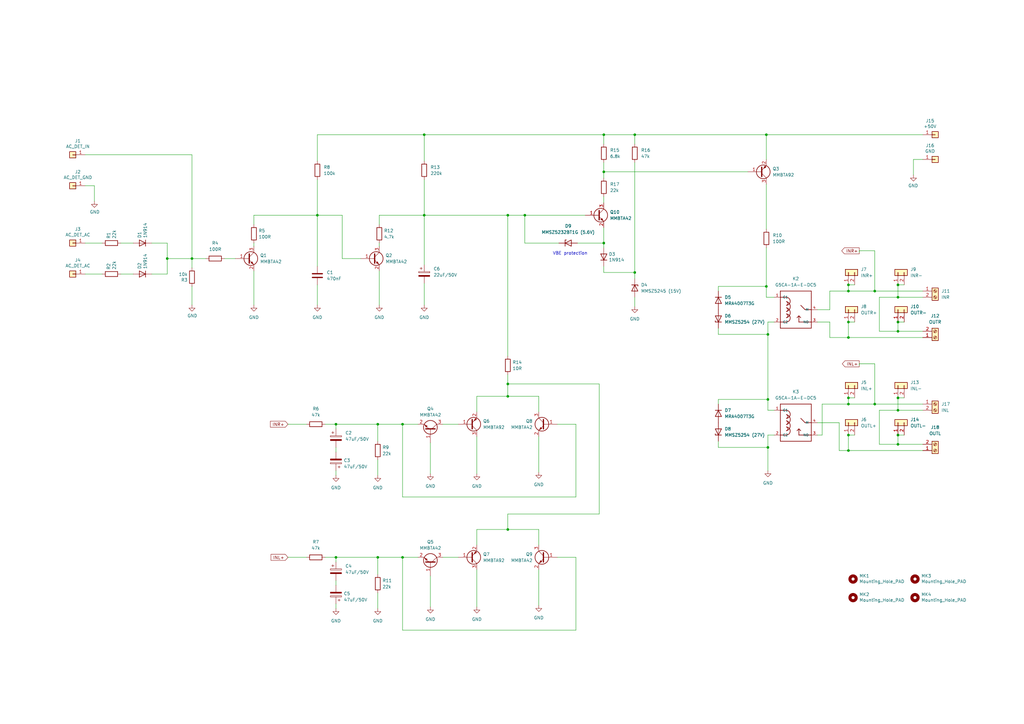
<source format=kicad_sch>
(kicad_sch (version 20211123) (generator eeschema)
  (paper "A3")
  (title_block (title "LS protection relais") (date "2022-02-27") (rev "V2"))
  (lib_symbols
    (symbol "Connector:Screw_Terminal_01x02" (pin_names (offset 1.016) hide)
      (property "Reference" "J" (at 0 2.54 0))
      (property "Value" "Screw_Terminal_01x02" (at 0 -5.08 0))
      (symbol "Screw_Terminal_01x02_1_1"
        (rectangle (start -1.27 1.27) (end 1.27 -3.81) (stroke (width 0.254)) (fill (type background)))
        (circle (center 0 -2.54) (radius 0.635) (stroke (width 0.1524)))
        (polyline (pts (xy -0.5334 -2.2098) (xy 0.3302 -3.048)) (stroke (width 0.1524)))
        (polyline (pts (xy -0.5334 0.3302) (xy 0.3302 -0.508)) (stroke (width 0.1524)))
        (polyline (pts (xy -0.3556 -2.032) (xy 0.508 -2.8702)) (stroke (width 0.1524)))
        (polyline (pts (xy -0.3556 0.508) (xy 0.508 -0.3302)) (stroke (width 0.1524)))
        (circle (center 0 0) (radius 0.635) (stroke (width 0.1524)))
        (pin passive line (at -5.08 0 0) (length 3.81) (name "Pin_1") (number "1"))
        (pin passive line (at -5.08 -2.54 0) (length 3.81) (name "Pin_2") (number "2"))
      )
    )
    (symbol "Connector_Generic:Conn_01x01" (pin_names (offset 1.016) hide)
      (property "Reference" "J" (at 0 2.54 0))
      (property "Value" "Conn_01x01" (at 0 -2.54 0))
      (symbol "Conn_01x01_1_1"
        (rectangle (start -1.27 0.127) (end 0 -0.127) (stroke (width 0.1524)))
        (rectangle (start -1.27 1.27) (end 1.27 -1.27) (stroke (width 0.254)) (fill (type background)))
        (pin passive line (at -5.08 0 0) (length 3.81) (name "Pin_1") (number "1"))
      )
    )
    (symbol "Connector_Generic:Conn_01x02" (pin_names (offset 1.016) hide)
      (property "Reference" "J" (at 0 2.54 0))
      (property "Value" "Conn_01x02" (at 0 -5.08 0))
      (symbol "Conn_01x02_1_1"
        (rectangle (start -1.27 -2.413) (end 0 -2.667) (stroke (width 0.1524)))
        (rectangle (start -1.27 0.127) (end 0 -0.127) (stroke (width 0.1524)))
        (rectangle (start -1.27 1.27) (end 1.27 -3.81) (stroke (width 0.254)) (fill (type background)))
        (pin passive line (at -5.08 0 0) (length 3.81) (name "Pin_1") (number "1"))
        (pin passive line (at -5.08 -2.54 0) (length 3.81) (name "Pin_2") (number "2"))
      )
    )
    (symbol "Device:C" (pin_numbers hide) (pin_names (offset 0.254))
      (property "Reference" "C" (at 0.635 2.54 0))
      (property "Value" "C" (at 0.635 -2.54 0))
      (symbol "C_0_1"
        (polyline (pts (xy -2.032 -0.762) (xy 2.032 -0.762)) (stroke (width 0.508)))
        (polyline (pts (xy -2.032 0.762) (xy 2.032 0.762)) (stroke (width 0.508)))
      )
      (symbol "C_1_1"
        (pin passive line (at 0 3.81 270) (length 2.794) (name "~") (number "1"))
        (pin passive line (at 0 -3.81 90) (length 2.794) (name "~") (number "2"))
      )
    )
    (symbol "Device:C_Polarized" (pin_numbers hide) (pin_names (offset 0.254))
      (property "Reference" "C" (at 0.635 2.54 0))
      (property "Value" "C_Polarized" (at 0.635 -2.54 0))
      (symbol "C_Polarized_0_1"
        (rectangle (start -2.286 0.508) (end 2.286 1.016))
        (polyline (pts (xy -1.778 2.286) (xy -0.762 2.286)))
        (polyline (pts (xy -1.27 2.794) (xy -1.27 1.778)))
        (rectangle (start 2.286 -0.508) (end -2.286 -1.016) (fill (type outline)))
      )
      (symbol "C_Polarized_1_1"
        (pin passive line (at 0 3.81 270) (length 2.794) (name "~") (number "1"))
        (pin passive line (at 0 -3.81 90) (length 2.794) (name "~") (number "2"))
      )
    )
    (symbol "Device:R" (pin_numbers hide) (pin_names (offset 0))
      (property "Reference" "R" (at 2.032 0 90))
      (property "Value" "R" (at 0 0 90))
      (symbol "R_0_1"
        (rectangle (start -1.016 -2.54) (end 1.016 2.54) (stroke (width 0.254)))
      )
      (symbol "R_1_1"
        (pin passive line (at 0 3.81 270) (length 1.27) (name "~") (number "1"))
        (pin passive line (at 0 -3.81 90) (length 1.27) (name "~") (number "2"))
      )
    )
    (symbol "Diode:1N4148" (pin_numbers hide) (pin_names (offset 1.016) hide)
      (property "Reference" "D" (at 0 2.54 0))
      (property "Value" "1N4148" (at 0 -2.54 0))
      (symbol "1N4148_0_1"
        (polyline (pts (xy -1.27 1.27) (xy -1.27 -1.27)) (stroke (width 0.254)))
        (polyline (pts (xy 1.27 0) (xy -1.27 0)))
        (polyline (pts (xy 1.27 1.27) (xy 1.27 -1.27) (xy -1.27 0) (xy 1.27 1.27)) (stroke (width 0.254)))
      )
      (symbol "1N4148_1_1"
        (pin passive line (at -3.81 0 0) (length 2.54) (name "K") (number "1"))
        (pin passive line (at 3.81 0 180) (length 2.54) (name "A") (number "2"))
      )
    )
    (symbol "Diode:1N47xxA" (pin_numbers hide) (pin_names (offset 1.016) hide)
      (property "Reference" "D" (at 0 2.54 0))
      (property "Value" "1N47xxA" (at 0 -2.54 0))
      (symbol "1N47xxA_0_1"
        (polyline (pts (xy 1.27 0) (xy -1.27 0)))
        (polyline (pts (xy -1.27 -1.27) (xy -1.27 1.27) (xy -0.762 1.27)) (stroke (width 0.254)))
        (polyline (pts (xy 1.27 -1.27) (xy 1.27 1.27) (xy -1.27 0) (xy 1.27 -1.27)) (stroke (width 0.254)))
      )
      (symbol "1N47xxA_1_1"
        (pin passive line (at -3.81 0 0) (length 2.54) (name "K") (number "1"))
        (pin passive line (at 3.81 0 180) (length 2.54) (name "A") (number "2"))
      )
    )
    (symbol "Diode:MRA4007T3G" (pin_numbers hide) (pin_names (offset 1.016) hide)
      (property "Reference" "D" (at 0 2.54 0))
      (property "Value" "MRA4007T3G" (at 0 -2.54 0))
      (symbol "MRA4007T3G_0_1"
        (polyline (pts (xy -1.27 1.27) (xy -1.27 -1.27)) (stroke (width 0.254)))
        (polyline (pts (xy 1.27 0) (xy -1.27 0)))
        (polyline (pts (xy 1.27 1.27) (xy 1.27 -1.27) (xy -1.27 0) (xy 1.27 1.27)) (stroke (width 0.254)))
      )
      (symbol "MRA4007T3G_1_1"
        (pin passive line (at -3.81 0 0) (length 2.54) (name "K") (number "1"))
        (pin passive line (at 3.81 0 180) (length 2.54) (name "A") (number "2"))
      )
    )
    (symbol "Mechanical:MountingHole" (pin_names (offset 1.016))
      (property "Reference" "H" (at 0 5.08 0))
      (property "Value" "MountingHole" (at 0 3.175 0))
      (symbol "MountingHole_0_1"
        (circle (center 0 0) (radius 1.27) (stroke (width 1.27)))
      )
    )
    (symbol "Transistor_BJT:MMBTA42" (pin_names (offset 0) hide)
      (property "Reference" "Q" (at 5.08 1.905 0))
      (property "Value" "MMBTA42" (at 5.08 0 0))
      (symbol "MMBTA42_0_1"
        (polyline (pts (xy 0 0) (xy 0.635 0)))
        (polyline (pts (xy 0.635 0.635) (xy 2.54 2.54)))
        (polyline (pts (xy 0.635 -0.635) (xy 2.54 -2.54) (xy 2.54 -2.54)))
        (polyline (pts (xy 0.635 1.905) (xy 0.635 -1.905) (xy 0.635 -1.905)) (stroke (width 0.508)))
        (polyline (pts (xy 1.27 -1.778) (xy 1.778 -1.27) (xy 2.286 -2.286) (xy 1.27 -1.778) (xy 1.27 -1.778)) (fill (type outline)))
        (circle (center 1.27 0) (radius 2.8194) (stroke (width 0.254)))
      )
      (symbol "MMBTA42_1_1"
        (pin input line (at -5.08 0 0) (length 5.08) (name "B") (number "1"))
        (pin passive line (at 2.54 -5.08 90) (length 2.54) (name "E") (number "2"))
        (pin passive line (at 2.54 5.08 270) (length 2.54) (name "C") (number "3"))
      )
    )
    (symbol "Transistor_BJT:MMBTA92" (pin_names (offset 0) hide)
      (property "Reference" "Q" (at 5.08 1.905 0))
      (property "Value" "MMBTA92" (at 5.08 0 0))
      (symbol "MMBTA92_0_1"
        (polyline (pts (xy 0 0) (xy 0.635 0)))
        (polyline (pts (xy 2.54 -2.54) (xy 0.635 -0.635)))
        (polyline (pts (xy 2.54 2.54) (xy 0.635 0.635)))
        (polyline (pts (xy 0.635 1.905) (xy 0.635 -1.905) (xy 0.635 -1.905)) (stroke (width 0.508)) (fill (type outline)))
        (polyline (pts (xy 1.905 -2.413) (xy 2.413 -1.905) (xy 1.397 -1.397) (xy 1.905 -2.413) (xy 1.905 -2.413)) (fill (type outline)))
        (circle (center 1.27 0) (radius 2.8194) (stroke (width 0.254)))
      )
      (symbol "MMBTA92_1_1"
        (pin input line (at -5.08 0 0) (length 5.08) (name "B") (number "1"))
        (pin passive line (at 2.54 -5.08 90) (length 2.54) (name "E") (number "2"))
        (pin passive line (at 2.54 5.08 270) (length 2.54) (name "C") (number "3"))
      )
    )
    (symbol "kicad-snk:G5CA-1A-E-DC5" (pin_names (offset 1.016))
      (property "Reference" "K" (at -7.62 8.128 0))
      (property "Value" "G5CA-1A-E-DC5" (at -7.62 -10.16 0))
      (symbol "G5CA-1A-E-DC5_0_0"
        (arc (start -5.08 -5.08) (mid -3.5511 -3.429) (end -5.08 -1.778) (stroke (width 0.254)))
        (arc (start -5.08 -3.302) (mid -4.513 -2.54) (end -5.08 -1.778) (stroke (width 0.254)))
        (arc (start -5.08 -3.302) (mid -3.5499 -1.27) (end -5.08 0.762) (stroke (width 0.254)))
        (arc (start -5.08 -0.762) (mid -4.513 0) (end -5.08 0.762) (stroke (width 0.254)))
        (arc (start -5.08 -0.762) (mid -3.5314 1.27) (end -5.08 3.302) (stroke (width 0.254)))
        (arc (start -5.08 1.778) (mid -4.513 2.54) (end -5.08 3.302) (stroke (width 0.254)))
        (arc (start -5.08 1.778) (mid -3.5511 3.429) (end -5.08 5.08) (stroke (width 0.254)))
        (polyline (pts (xy -7.62 -7.62) (xy -7.62 -5.08)) (stroke (width 0.254)))
        (polyline (pts (xy -7.62 -5.08) (xy -7.62 5.08)) (stroke (width 0.254)))
        (polyline (pts (xy -7.62 -5.08) (xy -5.08 -5.08)) (stroke (width 0.254)))
        (polyline (pts (xy -7.62 5.08) (xy -7.62 7.62)) (stroke (width 0.254)))
        (polyline (pts (xy -7.62 5.08) (xy -5.08 5.08)) (stroke (width 0.254)))
        (polyline (pts (xy -7.62 7.62) (xy 5.08 7.62)) (stroke (width 0.254)))
        (polyline (pts (xy 0 -5.08) (xy 0 -2.54)) (stroke (width 0.254)))
        (polyline (pts (xy 0 -2.54) (xy -0.762 -3.302)) (stroke (width 0.254)))
        (polyline (pts (xy 0 -2.54) (xy 0.762 -3.302)) (stroke (width 0.254)))
        (polyline (pts (xy 2.54 0) (xy 0.762 1.778)) (stroke (width 0.254)))
        (polyline (pts (xy 5.08 -7.62) (xy -7.62 -7.62)) (stroke (width 0.254)))
        (polyline (pts (xy 5.08 -5.08) (xy 0 -5.08)) (stroke (width 0.254)))
        (polyline (pts (xy 5.08 -5.08) (xy 5.08 -7.62)) (stroke (width 0.254)))
        (polyline (pts (xy 5.08 0) (xy 2.54 0)) (stroke (width 0.254)))
        (polyline (pts (xy 5.08 0) (xy 5.08 -5.08)) (stroke (width 0.254)))
        (polyline (pts (xy 5.08 5.08) (xy 5.08 0)) (stroke (width 0.254)))
        (polyline (pts (xy 5.08 7.62) (xy 5.08 5.08)) (stroke (width 0.254)))
        (pin passive line (at -10.16 5.08 0) (length 2.54) (name "C1") (number "1"))
        (pin passive line (at -10.16 -5.08 0) (length 2.54) (name "C2") (number "2"))
        (pin passive line (at 7.62 -5.08 180) (length 2.54) (name "NO") (number "3"))
        (pin passive line (at 7.62 0 180) (length 2.54) (name "M") (number "4"))
      )
    )
    (symbol "power:GND" (power) (pin_names (offset 0))
      (property "Value" "GND" (at 0 -3.81 0))
      (symbol "GND_0_1"
        (polyline (pts (xy 0 0) (xy 0 -1.27) (xy 1.27 -1.27) (xy 0 -2.54) (xy -1.27 -1.27) (xy 0 -1.27)))
      )
      (symbol "GND_1_1"
        (pin power_in line (at 0 0 270) (length 0) hide (name "GND") (number "1"))
      )
    )
  )
  (junction (at 314.325 117.475))
  (junction (at 68.58 106.045))
  (junction (at 173.99 88.265))
  (junction (at 137.795 228.6))
  (junction (at 347.98 116.84))
  (junction (at 130.175 88.265))
  (junction (at 347.98 165.735))
  (junction (at 260.35 111.76))
  (junction (at 154.94 173.99))
  (junction (at 347.98 119.38))
  (junction (at 165.1 228.6))
  (junction (at 368.3 116.84))
  (junction (at 358.775 119.38))
  (junction (at 154.94 228.6))
  (junction (at 78.74 106.045))
  (junction (at 260.35 55.245))
  (junction (at 247.65 55.245))
  (junction (at 347.98 178.435))
  (junction (at 314.96 183.515))
  (junction (at 368.3 163.195))
  (junction (at 314.96 137.16))
  (junction (at 368.3 178.435))
  (junction (at 247.65 99.695))
  (junction (at 347.98 184.785))
  (junction (at 368.3 135.89))
  (junction (at 358.775 165.735))
  (junction (at 208.28 88.265))
  (junction (at 347.98 138.43))
  (junction (at 173.99 55.245))
  (junction (at 347.98 163.195))
  (junction (at 215.265 88.265))
  (junction (at 208.28 162.56))
  (junction (at 247.65 70.485))
  (junction (at 314.325 55.245))
  (junction (at 208.28 157.48))
  (junction (at 368.3 182.245))
  (junction (at 368.3 121.92))
  (junction (at 368.3 168.275))
  (junction (at 165.1 173.99))
  (junction (at 368.3 132.08))
  (junction (at 314.96 163.83))
  (junction (at 208.28 217.17))
  (junction (at 137.795 173.99))
  (junction (at 347.98 132.08))
  (wire (pts (xy 347.98 119.38) (xy 340.36 119.38)))
  (wire (pts (xy 314.96 163.83) (xy 294.64 163.83)))
  (wire (pts (xy 165.1 203.835) (xy 236.22 203.835)))
  (wire (pts (xy 314.325 55.245) (xy 314.325 65.405)))
  (wire (pts (xy 245.745 210.82) (xy 245.745 157.48)))
  (wire (pts (xy 314.325 55.245) (xy 378.46 55.245)))
  (wire (pts (xy 360.68 135.89) (xy 368.3 135.89)))
  (wire (pts (xy 104.14 111.125) (xy 104.14 125.095)))
  (wire (pts (xy 104.14 99.695) (xy 104.14 100.965)))
  (wire (pts (xy 294.64 134.62) (xy 294.64 137.16)))
  (wire (pts (xy 181.61 228.6) (xy 187.96 228.6)))
  (wire (pts (xy 347.98 178.435) (xy 350.52 178.435)))
  (wire (pts (xy 368.3 163.195) (xy 368.3 168.275)))
  (wire (pts (xy 347.98 132.08) (xy 347.98 138.43)))
  (wire (pts (xy 208.28 88.265) (xy 215.265 88.265)))
  (wire (pts (xy 92.075 106.045) (xy 96.52 106.045)))
  (wire (pts (xy 344.17 173.355) (xy 344.17 184.785)))
  (wire (pts (xy 173.99 116.205) (xy 173.99 125.095)))
  (wire (pts (xy 137.795 228.6) (xy 137.795 230.505)))
  (wire (pts (xy 352.425 103.505) (xy 352.425 102.87)))
  (wire (pts (xy 236.22 258.445) (xy 236.22 228.6)))
  (wire (pts (xy 208.28 157.48) (xy 208.28 162.56)))
  (wire (pts (xy 78.74 117.475) (xy 78.74 125.095)))
  (wire (pts (xy 215.265 99.695) (xy 215.265 88.265)))
  (wire (pts (xy 154.94 243.205) (xy 154.94 249.555)))
  (wire (pts (xy 245.745 157.48) (xy 208.28 157.48)))
  (wire (pts (xy 374.65 65.405) (xy 378.46 65.405)))
  (wire (pts (xy 317.5 178.435) (xy 314.96 178.435)))
  (wire (pts (xy 247.65 99.695) (xy 247.65 101.6)))
  (wire (pts (xy 317.5 132.08) (xy 314.96 132.08)))
  (wire (pts (xy 140.335 106.045) (xy 147.955 106.045)))
  (wire (pts (xy 247.65 111.76) (xy 260.35 111.76)))
  (wire (pts (xy 176.53 181.61) (xy 176.53 194.31)))
  (wire (pts (xy 352.425 102.87) (xy 358.775 102.87)))
  (wire (pts (xy 220.98 217.17) (xy 220.98 223.52)))
  (wire (pts (xy 314.325 121.92) (xy 317.5 121.92)))
  (wire (pts (xy 368.3 182.245) (xy 378.46 182.245)))
  (wire (pts (xy 340.36 132.08) (xy 335.28 132.08)))
  (wire (pts (xy 137.795 173.99) (xy 154.94 173.99)))
  (wire (pts (xy 137.795 183.515) (xy 137.795 185.42)))
  (wire (pts (xy 140.335 88.265) (xy 140.335 106.045)))
  (wire (pts (xy 340.36 138.43) (xy 340.36 132.08)))
  (wire (pts (xy 38.735 76.2) (xy 34.925 76.2)))
  (wire (pts (xy 368.3 132.08) (xy 370.84 132.08)))
  (wire (pts (xy 78.74 63.5) (xy 34.925 63.5)))
  (wire (pts (xy 173.99 88.265) (xy 155.575 88.265)))
  (wire (pts (xy 368.3 135.89) (xy 378.46 135.89)))
  (wire (pts (xy 62.23 112.395) (xy 68.58 112.395)))
  (wire (pts (xy 347.98 132.08) (xy 350.52 132.08)))
  (wire (pts (xy 260.35 121.92) (xy 260.35 125.73)))
  (wire (pts (xy 347.98 163.195) (xy 350.52 163.195)))
  (wire (pts (xy 314.96 132.08) (xy 314.96 137.16)))
  (wire (pts (xy 208.28 153.67) (xy 208.28 157.48)))
  (wire (pts (xy 165.1 228.6) (xy 165.1 258.445)))
  (wire (pts (xy 78.74 106.045) (xy 84.455 106.045)))
  (wire (pts (xy 49.53 99.695) (xy 54.61 99.695)))
  (wire (pts (xy 347.98 138.43) (xy 340.36 138.43)))
  (wire (pts (xy 358.775 165.735) (xy 347.98 165.735)))
  (wire (pts (xy 347.98 163.195) (xy 347.98 165.735)))
  (wire (pts (xy 378.46 119.38) (xy 358.775 119.38)))
  (wire (pts (xy 378.46 121.92) (xy 368.3 121.92)))
  (wire (pts (xy 154.94 188.595) (xy 154.94 194.945)))
  (wire (pts (xy 176.53 236.22) (xy 176.53 248.92)))
  (wire (pts (xy 247.65 70.485) (xy 247.65 73.025)))
  (wire (pts (xy 294.64 163.83) (xy 294.64 165.735)))
  (wire (pts (xy 260.35 111.76) (xy 260.35 114.3)))
  (wire (pts (xy 247.65 109.22) (xy 247.65 111.76)))
  (wire (pts (xy 155.575 88.265) (xy 155.575 92.075)))
  (wire (pts (xy 34.925 99.695) (xy 41.91 99.695)))
  (wire (pts (xy 368.3 121.92) (xy 360.68 121.92)))
  (wire (pts (xy 173.99 55.245) (xy 130.175 55.245)))
  (wire (pts (xy 34.925 112.395) (xy 41.91 112.395)))
  (wire (pts (xy 314.96 183.515) (xy 314.96 193.04)))
  (wire (pts (xy 68.58 106.045) (xy 68.58 112.395)))
  (wire (pts (xy 247.65 66.675) (xy 247.65 70.485)))
  (wire (pts (xy 49.53 112.395) (xy 54.61 112.395)))
  (wire (pts (xy 155.575 99.695) (xy 155.575 100.965)))
  (wire (pts (xy 154.94 228.6) (xy 165.1 228.6)))
  (wire (pts (xy 165.1 258.445) (xy 236.22 258.445)))
  (wire (pts (xy 173.99 73.66) (xy 173.99 88.265)))
  (wire (pts (xy 314.96 178.435) (xy 314.96 183.515)))
  (wire (pts (xy 104.14 88.265) (xy 104.14 92.075)))
  (wire (pts (xy 347.98 116.84) (xy 347.98 119.38)))
  (wire (pts (xy 208.28 88.265) (xy 208.28 146.05)))
  (wire (pts (xy 130.175 88.265) (xy 140.335 88.265)))
  (wire (pts (xy 208.28 217.17) (xy 208.28 210.82)))
  (wire (pts (xy 154.94 173.99) (xy 154.94 180.975)))
  (wire (pts (xy 154.94 173.99) (xy 165.1 173.99)))
  (wire (pts (xy 165.1 173.99) (xy 171.45 173.99)))
  (wire (pts (xy 104.14 88.265) (xy 130.175 88.265)))
  (wire (pts (xy 78.74 106.045) (xy 78.74 109.855)))
  (wire (pts (xy 236.22 228.6) (xy 228.6 228.6)))
  (wire (pts (xy 130.175 73.66) (xy 130.175 88.265)))
  (wire (pts (xy 360.68 121.92) (xy 360.68 135.89)))
  (wire (pts (xy 314.325 101.6) (xy 314.325 117.475)))
  (wire (pts (xy 294.64 183.515) (xy 314.96 183.515)))
  (wire (pts (xy 247.65 70.485) (xy 306.705 70.485)))
  (wire (pts (xy 260.35 55.245) (xy 260.35 59.055)))
  (wire (pts (xy 195.58 179.07) (xy 195.58 194.31)))
  (wire (pts (xy 314.325 117.475) (xy 314.325 121.92)))
  (wire (pts (xy 154.94 228.6) (xy 154.94 235.585)))
  (wire (pts (xy 378.46 168.275) (xy 368.3 168.275)))
  (wire (pts (xy 335.28 173.355) (xy 344.17 173.355)))
  (wire (pts (xy 173.99 55.245) (xy 173.99 66.04)))
  (wire (pts (xy 130.175 55.245) (xy 130.175 66.04)))
  (wire (pts (xy 130.175 88.265) (xy 130.175 109.22)))
  (wire (pts (xy 220.98 179.07) (xy 220.98 193.675)))
  (wire (pts (xy 347.98 178.435) (xy 347.98 184.785)))
  (wire (pts (xy 68.58 99.695) (xy 62.23 99.695)))
  (wire (pts (xy 236.855 99.695) (xy 247.65 99.695)))
  (wire (pts (xy 173.99 88.265) (xy 208.28 88.265)))
  (wire (pts (xy 208.28 162.56) (xy 220.98 162.56)))
  (wire (pts (xy 137.795 173.99) (xy 137.795 175.895)))
  (wire (pts (xy 360.68 168.275) (xy 360.68 182.245)))
  (wire (pts (xy 68.58 106.045) (xy 78.74 106.045)))
  (wire (pts (xy 137.795 228.6) (xy 154.94 228.6)))
  (wire (pts (xy 347.98 184.785) (xy 344.17 184.785)))
  (wire (pts (xy 247.65 55.245) (xy 247.65 59.055)))
  (wire (pts (xy 358.775 102.87) (xy 358.775 119.38)))
  (wire (pts (xy 38.735 82.55) (xy 38.735 76.2)))
  (wire (pts (xy 236.22 203.835) (xy 236.22 173.99)))
  (wire (pts (xy 247.65 93.345) (xy 247.65 99.695)))
  (wire (pts (xy 352.425 149.86) (xy 352.425 149.225)))
  (wire (pts (xy 358.775 119.38) (xy 347.98 119.38)))
  (wire (pts (xy 165.1 173.99) (xy 165.1 203.835)))
  (wire (pts (xy 195.58 162.56) (xy 208.28 162.56)))
  (wire (pts (xy 314.96 168.275) (xy 317.5 168.275)))
  (wire (pts (xy 337.185 178.435) (xy 337.185 165.735)))
  (wire (pts (xy 137.795 193.04) (xy 137.795 194.945)))
  (wire (pts (xy 260.35 66.675) (xy 260.35 111.76)))
  (wire (pts (xy 340.36 119.38) (xy 340.36 127)))
  (wire (pts (xy 314.96 163.83) (xy 314.96 168.275)))
  (wire (pts (xy 137.795 238.125) (xy 137.795 240.03)))
  (wire (pts (xy 340.36 127) (xy 335.28 127)))
  (wire (pts (xy 220.98 233.68) (xy 220.98 248.285)))
  (wire (pts (xy 337.185 165.735) (xy 347.98 165.735)))
  (wire (pts (xy 195.58 217.17) (xy 208.28 217.17)))
  (wire (pts (xy 137.795 247.65) (xy 137.795 249.555)))
  (wire (pts (xy 314.96 137.16) (xy 314.96 163.83)))
  (wire (pts (xy 335.28 178.435) (xy 337.185 178.435)))
  (wire (pts (xy 294.64 137.16) (xy 314.96 137.16)))
  (wire (pts (xy 236.22 173.99) (xy 228.6 173.99)))
  (wire (pts (xy 181.61 173.99) (xy 187.96 173.99)))
  (wire (pts (xy 68.58 106.045) (xy 68.58 99.695)))
  (wire (pts (xy 118.11 173.99) (xy 125.73 173.99)))
  (wire (pts (xy 195.58 223.52) (xy 195.58 217.17)))
  (wire (pts (xy 358.775 149.225) (xy 358.775 165.735)))
  (wire (pts (xy 220.98 162.56) (xy 220.98 168.91)))
  (wire (pts (xy 78.74 106.045) (xy 78.74 63.5)))
  (wire (pts (xy 294.64 117.475) (xy 314.325 117.475)))
  (wire (pts (xy 360.68 182.245) (xy 368.3 182.245)))
  (wire (pts (xy 208.28 217.17) (xy 220.98 217.17)))
  (wire (pts (xy 133.35 228.6) (xy 137.795 228.6)))
  (wire (pts (xy 347.98 116.84) (xy 350.52 116.84)))
  (wire (pts (xy 173.99 88.265) (xy 173.99 108.585)))
  (wire (pts (xy 368.3 116.84) (xy 368.3 121.92)))
  (wire (pts (xy 195.58 168.91) (xy 195.58 162.56)))
  (wire (pts (xy 368.3 163.195) (xy 370.84 163.195)))
  (wire (pts (xy 247.65 80.645) (xy 247.65 83.185)))
  (wire (pts (xy 118.11 228.6) (xy 125.73 228.6)))
  (wire (pts (xy 133.35 173.99) (xy 137.795 173.99)))
  (wire (pts (xy 368.3 116.84) (xy 370.84 116.84)))
  (wire (pts (xy 352.425 149.225) (xy 358.775 149.225)))
  (wire (pts (xy 215.265 88.265) (xy 240.03 88.265)))
  (wire (pts (xy 155.575 111.125) (xy 155.575 125.095)))
  (wire (pts (xy 378.46 138.43) (xy 347.98 138.43)))
  (wire (pts (xy 130.175 116.84) (xy 130.175 125.095)))
  (wire (pts (xy 368.3 168.275) (xy 360.68 168.275)))
  (wire (pts (xy 208.28 210.82) (xy 245.745 210.82)))
  (wire (pts (xy 195.58 233.68) (xy 195.58 248.92)))
  (wire (pts (xy 260.35 55.245) (xy 314.325 55.245)))
  (wire (pts (xy 368.3 132.08) (xy 368.3 135.89)))
  (wire (pts (xy 173.99 55.245) (xy 247.65 55.245)))
  (wire (pts (xy 314.325 75.565) (xy 314.325 93.98)))
  (wire (pts (xy 374.65 71.755) (xy 374.65 65.405)))
  (wire (pts (xy 368.3 178.435) (xy 370.84 178.435)))
  (wire (pts (xy 378.46 184.785) (xy 347.98 184.785)))
  (wire (pts (xy 247.65 55.245) (xy 260.35 55.245)))
  (wire (pts (xy 294.64 119.38) (xy 294.64 117.475)))
  (wire (pts (xy 294.64 180.975) (xy 294.64 183.515)))
  (wire (pts (xy 378.46 165.735) (xy 358.775 165.735)))
  (wire (pts (xy 229.235 99.695) (xy 215.265 99.695)))
  (wire (pts (xy 165.1 228.6) (xy 171.45 228.6)))
  (wire (pts (xy 368.3 178.435) (xy 368.3 182.245)))
  (text "VBE protection" (at 226.695 104.775 0) (effects (font (size 1.27 1.27)) (justify left bottom)))
  (global_label "INL+" (shape output) (at 352.425 149.225 180) (property "Intersheet References" "${INTERSHEET_REFS}" (effects hide)))
  (global_label "INL+" (shape input) (at 118.11 228.6 180) (property "Intersheet References" "${INTERSHEET_REFS}" (effects hide)))
  (global_label "INR+" (shape output) (at 352.425 102.87 180) (property "Intersheet References" "${INTERSHEET_REFS}" (effects hide)))
  (global_label "INR+" (shape input) (at 118.11 173.99 180) (property "Intersheet References" "${INTERSHEET_REFS}" (effects hide)))
  (symbol (lib_id "power:GND") (at 374.65 71.755 0) (mirror y) (unit 1)
    (property "Reference" "#PWR0101" (effects hide))
    (property "Value" "GND" (at 374.523 76.1492 0))
  )
  (symbol (lib_id "power:GND") (at 314.96 193.04 0) (unit 1)
    (property "Reference" "#PWR0102" (effects hide))
    (property "Value" "GND" (at 314.96 198.12 0))
  )
  (symbol (lib_id "power:GND") (at 195.58 248.92 0) (unit 1)
    (property "Reference" "#PWR0110" (effects hide))
    (property "Value" "GND" (at 195.58 254 0))
  )
  (symbol (lib_id "Connector_Generic:Conn_01x02") (at 347.98 111.76 90) (unit 1)
    (property "Reference" "J7" (at 353.06 110.4899 90) (effects (justify right)))
    (property "Value" "INR+" (at 353.06 113.0299 90) (effects (justify right)))
    (property "Footprint" "kicad-snk:TE_62409-1" (effects hide))
  )
  (symbol (lib_id "Device:R") (at 104.14 95.885 0) (unit 1)
    (property "Reference" "R5" (at 106.045 94.6149 0) (effects (justify left)))
    (property "Value" "100R" (at 106.045 97.1549 0) (effects (justify left)))
    (property "Footprint" "Resistor_SMD:R_0805_2012Metric_Pad1.20x1.40mm_HandSolder" (effects hide))
  )
  (symbol (lib_id "Transistor_BJT:MMBTA42") (at 223.52 228.6 0) (mirror y) (unit 1)
    (property "Reference" "Q9" (at 218.44 227.3299 0) (effects (justify left)))
    (property "Value" "MMBTA42" (at 218.44 229.8699 0) (effects (justify left)))
    (property "Footprint" "Package_TO_SOT_SMD:SOT-23" (effects hide))
    (property "Datasheet" "https://www.onsemi.com/pub/Collateral/MMBTA42LT1-D.PDF" (effects hide))
  )
  (symbol (lib_id "Transistor_BJT:MMBTA42") (at 101.6 106.045 0) (unit 1)
    (property "Reference" "Q1" (at 106.68 104.7749 0) (effects (justify left)))
    (property "Value" "MMBTA42" (at 106.68 107.3149 0) (effects (justify left)))
    (property "Footprint" "Package_TO_SOT_SMD:SOT-23" (effects hide))
    (property "Datasheet" "https://www.onsemi.com/pub/Collateral/MMBTA42LT1-D.PDF" (effects hide))
  )
  (symbol (lib_id "Transistor_BJT:MMBTA42") (at 153.035 106.045 0) (unit 1)
    (property "Reference" "Q2" (at 158.115 104.7749 0) (effects (justify left)))
    (property "Value" "MMBTA42" (at 158.115 107.3149 0) (effects (justify left)))
    (property "Footprint" "Package_TO_SOT_SMD:SOT-23" (effects hide))
    (property "Datasheet" "https://www.onsemi.com/pub/Collateral/MMBTA42LT1-D.PDF" (effects hide))
  )
  (symbol (lib_id "Connector_Generic:Conn_01x02") (at 347.98 127 90) (unit 1)
    (property "Reference" "J8" (at 353.06 125.7299 90) (effects (justify right)))
    (property "Value" "OUTR+" (at 353.06 128.2699 90) (effects (justify right)))
    (property "Footprint" "kicad-snk:TE_62409-1" (effects hide))
  )
  (symbol (lib_id "Transistor_BJT:MMBTA92") (at 311.785 70.485 0) (mirror x) (unit 1)
    (property "Reference" "Q3" (at 316.865 69.2149 0) (effects (justify left)))
    (property "Value" "MMBTA92" (at 316.865 71.7549 0) (effects (justify left)))
    (property "Footprint" "Package_TO_SOT_SMD:SOT-23" (effects hide))
    (property "Datasheet" "https://www.onsemi.com/pub/Collateral/MMBTA92LT1-D.PDF" (effects hide))
  )
  (symbol (lib_id "Mechanical:MountingHole") (at 375.285 245.11 0) (unit 1)
    (property "Reference" "MK4" (at 377.825 243.8146 0) (effects (justify left)))
    (property "Value" "Mounting_Hole_PAD" (at 377.825 246.126 0) (effects (justify left)))
    (property "Footprint" "MountingHole:MountingHole_3.2mm_M3_Pad_Via" (effects hide))
  )
  (symbol (lib_id "Mechanical:MountingHole") (at 349.885 245.11 0) (unit 1)
    (property "Reference" "MK2" (at 352.425 243.8146 0) (effects (justify left)))
    (property "Value" "Mounting_Hole_PAD" (at 352.425 246.126 0) (effects (justify left)))
    (property "Footprint" "MountingHole:MountingHole_3.2mm_M3_Pad_Via" (effects hide))
  )
  (symbol (lib_id "Connector:Screw_Terminal_01x02") (at 383.54 119.38 0) (unit 1)
    (property "Reference" "J11" (at 386.08 119.3799 0) (effects (justify left)))
    (property "Value" "INR" (at 386.08 121.9199 0) (effects (justify left)))
    (property "Footprint" "TerminalBlock_RND:TerminalBlock_RND_205-00012_1x02_P5.00mm_Horizontal" (effects hide))
  )
  (symbol (lib_id "Diode:1N4148") (at 247.65 105.41 90) (unit 1)
    (property "Reference" "D3" (at 249.682 104.2416 90) (effects (justify right)))
    (property "Value" "1N914" (at 249.682 106.553 90) (effects (justify right)))
    (property "Footprint" "Diode_SMD:D_SOD-123" (effects hide))
    (property "Datasheet" "https://assets.nexperia.com/documents/data-sheet/1N4148_1N4448.pdf" (effects hide))
  )
  (symbol (lib_id "Connector_Generic:Conn_01x01") (at 29.845 63.5 180) (unit 1)
    (property "Reference" "J1" (at 31.9278 57.785 0))
    (property "Value" "AC_DET_IN" (at 31.9278 60.0964 0))
    (property "Footprint" "Connector_Pin:Pin_D1.0mm_L10.0mm" (effects hide))
  )
  (symbol (lib_id "Device:R") (at 45.72 112.395 90) (unit 1)
    (property "Reference" "R2" (at 44.5516 110.617 0) (effects (justify left)))
    (property "Value" "22k" (at 46.863 110.617 0) (effects (justify left)))
    (property "Footprint" "Resistor_SMD:R_0805_2012Metric_Pad1.20x1.40mm_HandSolder" (effects hide))
  )
  (symbol (lib_id "Device:C_Polarized") (at 137.795 189.23 180) (unit 1)
    (property "Reference" "C3" (at 140.97 188.8489 0) (effects (justify right)))
    (property "Value" "47uF/50V" (at 140.97 191.3889 0) (effects (justify right)))
    (property "Footprint" "Capacitor_THT:CP_Radial_D6.3mm_P2.50mm" (effects hide))
  )
  (symbol (lib_id "Connector_Generic:Conn_01x01") (at 29.845 112.395 180) (unit 1)
    (property "Reference" "J4" (at 31.9278 106.68 0))
    (property "Value" "AC_DET_AC" (at 31.9278 108.9914 0))
    (property "Footprint" "Connector_Pin:Pin_D1.0mm_L10.0mm" (effects hide))
  )
  (symbol (lib_id "power:GND") (at 38.735 82.55 0) (unit 1)
    (property "Reference" "#PWR0119" (effects hide))
    (property "Value" "GND" (at 38.862 86.9442 0))
  )
  (symbol (lib_id "Connector_Generic:Conn_01x02") (at 347.98 158.115 90) (unit 1)
    (property "Reference" "J5" (at 353.06 156.8449 90) (effects (justify right)))
    (property "Value" "INL+" (at 353.06 159.3849 90) (effects (justify right)))
    (property "Footprint" "kicad-snk:TE_62409-1" (effects hide))
  )
  (symbol (lib_id "Device:R") (at 173.99 69.85 0) (unit 1)
    (property "Reference" "R13" (at 176.53 68.5799 0) (effects (justify left)))
    (property "Value" "220k" (at 176.53 71.1199 0) (effects (justify left)))
    (property "Footprint" "Resistor_SMD:R_0805_2012Metric_Pad1.20x1.40mm_HandSolder" (effects hide))
  )
  (symbol (lib_id "power:GND") (at 176.53 248.92 0) (unit 1)
    (property "Reference" "#PWR0107" (effects hide))
    (property "Value" "GND" (at 176.53 254 0))
  )
  (symbol (lib_id "power:GND") (at 137.795 249.555 0) (unit 1)
    (property "Reference" "#PWR0108" (effects hide))
    (property "Value" "GND" (at 137.795 254.635 0))
  )
  (symbol (lib_id "Mechanical:MountingHole") (at 375.285 237.49 0) (unit 1)
    (property "Reference" "MK3" (at 377.825 236.1946 0) (effects (justify left)))
    (property "Value" "Mounting_Hole_PAD" (at 377.825 238.506 0) (effects (justify left)))
    (property "Footprint" "MountingHole:MountingHole_3.2mm_M3_Pad_Via" (effects hide))
  )
  (symbol (lib_id "Connector_Generic:Conn_01x01") (at 383.54 65.405 0) (mirror x) (unit 1)
    (property "Reference" "J16" (at 381.4572 59.69 0))
    (property "Value" "GND" (at 381.4572 62.0014 0))
    (property "Footprint" "Connector_Pin:Pin_D1.0mm_L10.0mm" (effects hide))
  )
  (symbol (lib_id "Device:C_Polarized") (at 137.795 234.315 0) (unit 1)
    (property "Reference" "C4" (at 141.605 232.1559 0) (effects (justify left)))
    (property "Value" "47uF/50V" (at 141.605 234.6959 0) (effects (justify left)))
    (property "Footprint" "Capacitor_THT:CP_Radial_D6.3mm_P2.50mm" (effects hide))
  )
  (symbol (lib_id "Transistor_BJT:MMBTA92") (at 193.04 228.6 0) (mirror x) (unit 1)
    (property "Reference" "Q7" (at 198.12 227.3299 0) (effects (justify left)))
    (property "Value" "MMBTA92" (at 198.12 229.8699 0) (effects (justify left)))
    (property "Footprint" "Package_TO_SOT_SMD:SOT-23" (effects hide))
    (property "Datasheet" "https://www.onsemi.com/pub/Collateral/MMBTA92LT1-D.PDF" (effects hide))
  )
  (symbol (lib_id "Device:C") (at 130.175 113.03 0) (unit 1)
    (property "Reference" "C1" (at 133.985 111.7599 0) (effects (justify left)))
    (property "Value" "470nF" (at 133.985 114.2999 0) (effects (justify left)))
    (property "Footprint" "Capacitor_SMD:C_1206_3216Metric_Pad1.33x1.80mm_HandSolder" (effects hide))
  )
  (symbol (lib_id "Device:C_Polarized") (at 137.795 179.705 0) (unit 1)
    (property "Reference" "C2" (at 141.605 177.5459 0) (effects (justify left)))
    (property "Value" "47uF/50V" (at 141.605 180.0859 0) (effects (justify left)))
    (property "Footprint" "Capacitor_THT:CP_Radial_D6.3mm_P2.50mm" (effects hide))
  )
  (symbol (lib_id "Diode:1N4148") (at 58.42 112.395 180) (unit 1)
    (property "Reference" "D2" (at 57.2516 110.363 90) (effects (justify right)))
    (property "Value" "1N914" (at 59.563 110.363 90) (effects (justify right)))
    (property "Footprint" "Diode_SMD:D_SOD-123" (effects hide))
    (property "Datasheet" "https://assets.nexperia.com/documents/data-sheet/1N4148_1N4448.pdf" (effects hide))
  )
  (symbol (lib_id "Diode:MRA4007T3G") (at 294.64 169.545 270) (unit 1)
    (property "Reference" "D7" (at 297.18 168.2749 90) (effects (justify left)))
    (property "Value" "MRA4007T3G" (at 297.18 170.8149 90) (effects (justify left)))
    (property "Footprint" "Diode_SMD:D_SMA" (effects hide))
    (property "Datasheet" "http://www.onsemi.com/pub_link/Collateral/MRA4003T3-D.PDF" (effects hide))
  )
  (symbol (lib_id "Diode:1N4148") (at 58.42 99.695 180) (unit 1)
    (property "Reference" "D1" (at 57.2516 97.663 90) (effects (justify right)))
    (property "Value" "1N914" (at 59.563 97.663 90) (effects (justify right)))
    (property "Footprint" "Diode_SMD:D_SOD-123" (effects hide))
    (property "Datasheet" "https://assets.nexperia.com/documents/data-sheet/1N4148_1N4448.pdf" (effects hide))
  )
  (symbol (lib_id "Device:R") (at 78.74 113.665 180) (unit 1)
    (property "Reference" "R3" (at 76.962 114.8334 0) (effects (justify left)))
    (property "Value" "10k" (at 76.962 112.522 0) (effects (justify left)))
    (property "Footprint" "Resistor_SMD:R_0805_2012Metric_Pad1.20x1.40mm_HandSolder" (effects hide))
  )
  (symbol (lib_id "Device:R") (at 129.54 228.6 90) (unit 1)
    (property "Reference" "R7" (at 129.54 222.25 90))
    (property "Value" "47k" (at 129.54 224.79 90))
    (property "Footprint" "Resistor_SMD:R_0805_2012Metric_Pad1.20x1.40mm_HandSolder" (effects hide))
  )
  (symbol (lib_id "Device:R") (at 154.94 239.395 180) (unit 1)
    (property "Reference" "R11" (at 156.845 238.1249 0) (effects (justify right)))
    (property "Value" "22k" (at 156.845 240.6649 0) (effects (justify right)))
    (property "Footprint" "Resistor_SMD:R_0805_2012Metric_Pad1.20x1.40mm_HandSolder" (effects hide))
  )
  (symbol (lib_id "Connector_Generic:Conn_01x02") (at 368.3 111.76 90) (unit 1)
    (property "Reference" "J9" (at 373.38 110.4899 90) (effects (justify right)))
    (property "Value" "INR-" (at 373.38 113.0299 90) (effects (justify right)))
    (property "Footprint" "kicad-snk:TE_62409-1" (effects hide))
  )
  (symbol (lib_id "Diode:1N47xxA") (at 294.64 130.81 90) (unit 1)
    (property "Reference" "D6" (at 297.18 129.5399 90) (effects (justify right)))
    (property "Value" "MMSZ5254 (27V)" (at 297.18 132.0799 90) (effects (justify right)))
    (property "Footprint" "Diode_SMD:D_SOD-123" (effects hide))
  )
  (symbol (lib_id "Device:R") (at 208.28 149.86 180) (unit 1)
    (property "Reference" "R14" (at 210.185 148.5899 0) (effects (justify right)))
    (property "Value" "10R" (at 210.185 151.1299 0) (effects (justify right)))
    (property "Footprint" "Resistor_SMD:R_0805_2012Metric_Pad1.20x1.40mm_HandSolder" (effects hide))
  )
  (symbol (lib_id "Connector_Generic:Conn_01x01") (at 29.845 76.2 180) (unit 1)
    (property "Reference" "J2" (at 31.9278 70.485 0))
    (property "Value" "AC_DET_GND" (at 31.9278 72.7964 0))
    (property "Footprint" "Connector_Pin:Pin_D1.0mm_L10.0mm" (effects hide))
  )
  (symbol (lib_id "Device:R") (at 247.65 76.835 0) (unit 1)
    (property "Reference" "R17" (at 250.19 75.5649 0) (effects (justify left)))
    (property "Value" "22k" (at 250.19 78.1049 0) (effects (justify left)))
    (property "Footprint" "Resistor_SMD:R_0805_2012Metric_Pad1.20x1.40mm_HandSolder" (effects hide))
  )
  (symbol (lib_id "Device:R") (at 247.65 62.865 0) (unit 1)
    (property "Reference" "R15" (at 250.19 61.5949 0) (effects (justify left)))
    (property "Value" "6.8k" (at 250.19 64.1349 0) (effects (justify left)))
    (property "Footprint" "Resistor_SMD:R_0805_2012Metric_Pad1.20x1.40mm_HandSolder" (effects hide))
  )
  (symbol (lib_id "Connector:Screw_Terminal_01x02") (at 383.54 165.735 0) (unit 1)
    (property "Reference" "J17" (at 386.08 165.7349 0) (effects (justify left)))
    (property "Value" "INL" (at 386.08 168.2749 0) (effects (justify left)))
    (property "Footprint" "TerminalBlock_RND:TerminalBlock_RND_205-00012_1x02_P5.00mm_Horizontal" (effects hide))
  )
  (symbol (lib_id "Diode:1N47xxA") (at 260.35 118.11 270) (unit 1)
    (property "Reference" "D4" (at 262.89 116.8399 90) (effects (justify left)))
    (property "Value" "MMSZ5245 (15V)" (at 262.89 119.3799 90) (effects (justify left)))
    (property "Footprint" "Diode_SMD:D_SOD-123" (effects hide))
  )
  (symbol (lib_id "Transistor_BJT:MMBTA42") (at 223.52 173.99 0) (mirror y) (unit 1)
    (property "Reference" "Q8" (at 218.44 172.7199 0) (effects (justify left)))
    (property "Value" "MMBTA42" (at 218.44 175.2599 0) (effects (justify left)))
    (property "Footprint" "Package_TO_SOT_SMD:SOT-23" (effects hide))
    (property "Datasheet" "https://www.onsemi.com/pub/Collateral/MMBTA42LT1-D.PDF" (effects hide))
  )
  (symbol (lib_id "Diode:MRA4007T3G") (at 294.64 123.19 270) (unit 1)
    (property "Reference" "D5" (at 297.18 121.9199 90) (effects (justify left)))
    (property "Value" "MRA4007T3G" (at 297.18 124.4599 90) (effects (justify left)))
    (property "Footprint" "Diode_SMD:D_SMA" (effects hide))
    (property "Datasheet" "http://www.onsemi.com/pub_link/Collateral/MRA4003T3-D.PDF" (effects hide))
  )
  (symbol (lib_id "Device:R") (at 260.35 62.865 0) (unit 1)
    (property "Reference" "R16" (at 262.89 61.5949 0) (effects (justify left)))
    (property "Value" "47k" (at 262.89 64.1349 0) (effects (justify left)))
    (property "Footprint" "Resistor_SMD:R_0805_2012Metric_Pad1.20x1.40mm_HandSolder" (effects hide))
  )
  (symbol (lib_id "power:GND") (at 220.98 193.675 0) (unit 1)
    (property "Reference" "#PWR0103" (effects hide))
    (property "Value" "GND" (at 220.98 198.755 0))
  )
  (symbol (lib_id "Diode:1N47xxA") (at 233.045 99.695 0) (unit 1)
    (property "Reference" "D9" (at 233.045 92.71 0))
    (property "Value" "MMSZ5232BT1G (5.6V)" (at 233.045 95.25 0))
    (property "Footprint" "Diode_SMD:D_SOD-123" (effects hide))
  )
  (symbol (lib_id "Connector_Generic:Conn_01x01") (at 383.54 55.245 0) (mirror x) (unit 1)
    (property "Reference" "J15" (at 381.4572 49.53 0))
    (property "Value" "+50V" (at 381.4572 51.8414 0))
    (property "Footprint" "Connector_Pin:Pin_D1.0mm_L10.0mm" (effects hide))
  )
  (symbol (lib_id "kicad-snk:G5CA-1A-E-DC5") (at 327.66 173.355 0) (unit 1)
    (property "Reference" "K3" (at 326.39 160.655 0))
    (property "Value" "G5CA-1A-E-DC5" (at 326.39 163.195 0))
    (property "Footprint" "RELAY_G5CA-1A-E-DC5" (effects hide))
    (property "MANUFACTURER" "OMRON" (effects hide))
  )
  (symbol (lib_id "power:GND") (at 155.575 125.095 0) (unit 1)
    (property "Reference" "#PWR0115" (effects hide))
    (property "Value" "GND" (at 155.575 130.175 0))
  )
  (symbol (lib_id "power:GND") (at 154.94 194.945 0) (unit 1)
    (property "Reference" "#PWR0114" (effects hide))
    (property "Value" "GND" (at 154.94 200.025 0))
  )
  (symbol (lib_id "Device:C_Polarized") (at 137.795 243.84 180) (unit 1)
    (property "Reference" "C5" (at 140.97 243.4589 0) (effects (justify right)))
    (property "Value" "47uF/50V" (at 140.97 245.9989 0) (effects (justify right)))
    (property "Footprint" "Capacitor_THT:CP_Radial_D6.3mm_P2.50mm" (effects hide))
  )
  (symbol (lib_id "power:GND") (at 137.795 194.945 0) (unit 1)
    (property "Reference" "#PWR0111" (effects hide))
    (property "Value" "GND" (at 137.795 200.025 0))
  )
  (symbol (lib_id "Connector_Generic:Conn_01x01") (at 29.845 99.695 180) (unit 1)
    (property "Reference" "J3" (at 31.9278 93.98 0))
    (property "Value" "AC_DET_AC" (at 31.9278 96.2914 0))
    (property "Footprint" "Connector_Pin:Pin_D1.0mm_L10.0mm" (effects hide))
  )
  (symbol (lib_id "Device:R") (at 129.54 173.99 90) (unit 1)
    (property "Reference" "R6" (at 129.54 167.64 90))
    (property "Value" "47k" (at 129.54 170.18 90))
    (property "Footprint" "Resistor_SMD:R_0805_2012Metric_Pad1.20x1.40mm_HandSolder" (effects hide))
  )
  (symbol (lib_id "Connector_Generic:Conn_01x02") (at 368.3 158.115 90) (unit 1)
    (property "Reference" "J13" (at 373.38 156.8449 90) (effects (justify right)))
    (property "Value" "INL-" (at 373.38 159.3849 90) (effects (justify right)))
    (property "Footprint" "kicad-snk:TE_62409-1" (effects hide))
  )
  (symbol (lib_id "power:GND") (at 220.98 248.285 0) (unit 1)
    (property "Reference" "#PWR0106" (effects hide))
    (property "Value" "GND" (at 220.98 253.365 0))
  )
  (symbol (lib_id "power:GND") (at 78.74 125.095 0) (unit 1)
    (property "Reference" "#PWR0118" (effects hide))
    (property "Value" "GND" (at 78.867 129.4892 0))
  )
  (symbol (lib_id "power:GND") (at 173.99 125.095 0) (unit 1)
    (property "Reference" "#PWR0104" (effects hide))
    (property "Value" "GND" (at 173.99 130.175 0))
  )
  (symbol (lib_id "Device:R") (at 88.265 106.045 90) (unit 1)
    (property "Reference" "R4" (at 88.265 99.695 90))
    (property "Value" "100R" (at 88.265 102.235 90))
    (property "Footprint" "Resistor_SMD:R_0805_2012Metric_Pad1.20x1.40mm_HandSolder" (effects hide))
  )
  (symbol (lib_id "Connector:Screw_Terminal_01x02") (at 383.54 184.785 0) (mirror x) (unit 1)
    (property "Reference" "J18" (at 383.54 175.26 0))
    (property "Value" "OUTL" (at 383.54 177.8 0))
    (property "Footprint" "TerminalBlock_RND:TerminalBlock_RND_205-00012_1x02_P5.00mm_Horizontal" (effects hide))
  )
  (symbol (lib_id "power:GND") (at 154.94 249.555 0) (unit 1)
    (property "Reference" "#PWR0109" (effects hide))
    (property "Value" "GND" (at 154.94 254.635 0))
  )
  (symbol (lib_id "Transistor_BJT:MMBTA42") (at 245.11 88.265 0) (unit 1)
    (property "Reference" "Q10" (at 250.19 86.9949 0) (effects (justify left)))
    (property "Value" "MMBTA42" (at 250.19 89.5349 0) (effects (justify left)))
    (property "Footprint" "Package_TO_SOT_SMD:SOT-23" (effects hide))
    (property "Datasheet" "https://www.onsemi.com/pub/Collateral/MMBTA42LT1-D.PDF" (effects hide))
  )
  (symbol (lib_id "Transistor_BJT:MMBTA92") (at 193.04 173.99 0) (mirror x) (unit 1)
    (property "Reference" "Q6" (at 198.12 172.7199 0) (effects (justify left)))
    (property "Value" "MMBTA92" (at 198.12 175.2599 0) (effects (justify left)))
    (property "Footprint" "Package_TO_SOT_SMD:SOT-23" (effects hide))
    (property "Datasheet" "https://www.onsemi.com/pub/Collateral/MMBTA92LT1-D.PDF" (effects hide))
  )
  (symbol (lib_id "power:GND") (at 130.175 125.095 0) (unit 1)
    (property "Reference" "#PWR0116" (effects hide))
    (property "Value" "GND" (at 130.175 130.175 0))
  )
  (symbol (lib_id "power:GND") (at 176.53 194.31 0) (unit 1)
    (property "Reference" "#PWR0113" (effects hide))
    (property "Value" "GND" (at 176.53 199.39 0))
  )
  (symbol (lib_id "power:GND") (at 195.58 194.31 0) (unit 1)
    (property "Reference" "#PWR0112" (effects hide))
    (property "Value" "GND" (at 195.58 199.39 0))
  )
  (symbol (lib_id "Device:R") (at 45.72 99.695 90) (unit 1)
    (property "Reference" "R1" (at 44.5516 97.917 0) (effects (justify left)))
    (property "Value" "22k" (at 46.863 97.917 0) (effects (justify left)))
    (property "Footprint" "Resistor_SMD:R_0805_2012Metric_Pad1.20x1.40mm_HandSolder" (effects hide))
  )
  (symbol (lib_id "Connector_Generic:Conn_01x02") (at 347.98 173.355 90) (unit 1)
    (property "Reference" "J6" (at 353.06 172.0849 90) (effects (justify right)))
    (property "Value" "OUTL+" (at 353.06 174.6249 90) (effects (justify right)))
    (property "Footprint" "kicad-snk:TE_62409-1" (effects hide))
  )
  (symbol (lib_id "Transistor_BJT:MMBTA42") (at 176.53 231.14 270) (mirror x) (unit 1)
    (property "Reference" "Q5" (at 176.53 222.25 90))
    (property "Value" "MMBTA42" (at 176.53 224.79 90))
    (property "Footprint" "Package_TO_SOT_SMD:SOT-23" (effects hide))
    (property "Datasheet" "https://www.onsemi.com/pub/Collateral/MMBTA42LT1-D.PDF" (effects hide))
  )
  (symbol (lib_id "Connector_Generic:Conn_01x02") (at 368.3 127 90) (unit 1)
    (property "Reference" "J10" (at 373.38 125.7299 90) (effects (justify right)))
    (property "Value" "OUTR-" (at 373.38 128.2699 90) (effects (justify right)))
    (property "Footprint" "kicad-snk:TE_62409-1" (effects hide))
  )
  (symbol (lib_id "Connector_Generic:Conn_01x02") (at 368.3 173.355 90) (unit 1)
    (property "Reference" "J14" (at 373.38 172.0849 90) (effects (justify right)))
    (property "Value" "OUTL-" (at 373.38 174.6249 90) (effects (justify right)))
    (property "Footprint" "kicad-snk:TE_62409-1" (effects hide))
  )
  (symbol (lib_id "Device:R") (at 154.94 184.785 180) (unit 1)
    (property "Reference" "R9" (at 156.845 183.5149 0) (effects (justify right)))
    (property "Value" "22k" (at 156.845 186.0549 0) (effects (justify right)))
    (property "Footprint" "Resistor_SMD:R_0805_2012Metric_Pad1.20x1.40mm_HandSolder" (effects hide))
  )
  (symbol (lib_id "Device:R") (at 314.325 97.79 0) (unit 1)
    (property "Reference" "R10" (at 316.865 96.5199 0) (effects (justify left)))
    (property "Value" "100R" (at 316.865 99.0599 0) (effects (justify left)))
    (property "Footprint" "Resistor_SMD:R_0805_2012Metric_Pad1.20x1.40mm_HandSolder" (effects hide))
  )
  (symbol (lib_id "power:GND") (at 260.35 125.73 0) (unit 1)
    (property "Reference" "#PWR0105" (effects hide))
    (property "Value" "GND" (at 260.35 130.81 0))
  )
  (symbol (lib_id "Device:C_Polarized") (at 173.99 112.395 0) (unit 1)
    (property "Reference" "C6" (at 177.8 110.2359 0) (effects (justify left)))
    (property "Value" "22uF/50V" (at 177.8 112.7759 0) (effects (justify left)))
    (property "Footprint" "Capacitor_THT:CP_Radial_D5.0mm_P2.00mm" (effects hide))
  )
  (symbol (lib_id "power:GND") (at 104.14 125.095 0) (unit 1)
    (property "Reference" "#PWR0117" (effects hide))
    (property "Value" "GND" (at 104.14 130.175 0))
  )
  (symbol (lib_id "Device:R") (at 155.575 95.885 0) (unit 1)
    (property "Reference" "R12" (at 157.48 94.6149 0) (effects (justify left)))
    (property "Value" "4.7k" (at 157.48 97.1549 0) (effects (justify left)))
    (property "Footprint" "Resistor_SMD:R_0805_2012Metric_Pad1.20x1.40mm_HandSolder" (effects hide))
  )
  (symbol (lib_id "Diode:1N47xxA") (at 294.64 177.165 90) (unit 1)
    (property "Reference" "D8" (at 297.18 175.8949 90) (effects (justify right)))
    (property "Value" "MMSZ5254 (27V)" (at 297.18 178.4349 90) (effects (justify right)))
    (property "Footprint" "Diode_SMD:D_SOD-123" (effects hide))
  )
  (symbol (lib_id "Connector:Screw_Terminal_01x02") (at 383.54 138.43 0) (mirror x) (unit 1)
    (property "Reference" "J12" (at 383.54 129.54 0))
    (property "Value" "OUTR" (at 383.54 132.08 0))
    (property "Footprint" "TerminalBlock_RND:TerminalBlock_RND_205-00012_1x02_P5.00mm_Horizontal" (effects hide))
  )
  (symbol (lib_id "kicad-snk:G5CA-1A-E-DC5") (at 327.66 127 0) (unit 1)
    (property "Reference" "K2" (at 326.39 114.3 0))
    (property "Value" "G5CA-1A-E-DC5" (at 326.39 116.84 0))
    (property "Footprint" "RELAY_G5CA-1A-E-DC5" (effects hide))
    (property "MANUFACTURER" "OMRON" (effects hide))
  )
  (symbol (lib_id "Mechanical:MountingHole") (at 349.885 237.49 0) (unit 1)
    (property "Reference" "MK1" (at 352.425 236.1946 0) (effects (justify left)))
    (property "Value" "Mounting_Hole_PAD" (at 352.425 238.506 0) (effects (justify left)))
    (property "Footprint" "MountingHole:MountingHole_3.2mm_M3_Pad_Via" (effects hide))
  )
  (symbol (lib_id "Device:R") (at 130.175 69.85 0) (unit 1)
    (property "Reference" "R8" (at 132.715 68.5799 0) (effects (justify left)))
    (property "Value" "100k" (at 132.715 71.1199 0) (effects (justify left)))
    (property "Footprint" "Resistor_SMD:R_0805_2012Metric_Pad1.20x1.40mm_HandSolder" (effects hide))
  )
  (symbol (lib_id "Transistor_BJT:MMBTA42") (at 176.53 176.53 270) (mirror x) (unit 1)
    (property "Reference" "Q4" (at 176.53 167.64 90))
    (property "Value" "MMBTA42" (at 176.53 170.18 90))
    (property "Footprint" "Package_TO_SOT_SMD:SOT-23" (effects hide))
    (property "Datasheet" "https://www.onsemi.com/pub/Collateral/MMBTA42LT1-D.PDF" (effects hide))
  )
)
</source>
